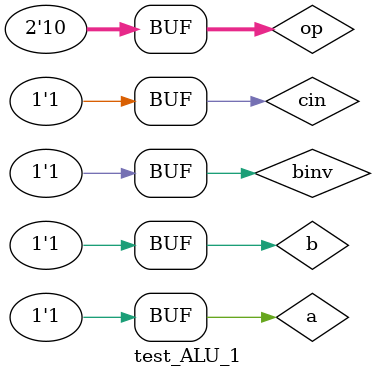
<source format=v>
module adder(a,b,cin,s,c);
input a;
input b;
input cin;
output s;
output c;
wire x,y,z;
xor x1(x,a,b);
xor x2(s,x,cin);
and a1(y,x,cin);
and a2(z,a,b);
or o1(c,y,z);
endmodule

module addsub(a,b,cin,binv,s,c);
input a;
input b;
input cin;
input binv;
output s;
output c;
wire bb;
wire cin;
assign bb=(binv==1&&cin==1)?~b:b;
adder add1(a,bb,cin,s,c);
endmodule

module ALU_1(a,b,cin,binv,op,r,cout);
input a;
input b;
input cin;
input binv;
input [1:0]op;
output r;
output cout;
wire x,y,z;
and a1(x,a,b);
or or1(y,a,b);
addsub as1(a,b,cin,binv,z,cout);
assign r=(op==0)?x:(op==1)?y:(op==2)?z:0;
endmodule

module test_ALU_1();
reg a,b,cin,binv;
reg[1:0]op;
wire r,cout;
ALU_1 alu1(a,b,cin,binv,op,r,cout);
initial begin
    a=0; b=0; cin=0; binv=0; op=0;
#30 a=0; b=1; cin=0; binv=0; op=0;
#30 a=1; b=0; cin=0; binv=0; op=0;
#30 a=1; b=1; cin=0; binv=0; op=0;
#30 a=0; b=0; cin=0; binv=0; op=1;
#30 a=0; b=1; cin=0; binv=0; op=1;
#30 a=1; b=0; cin=0; binv=0; op=1;
#30 a=1; b=1; cin=0; binv=0; op=1;
#30 a=0; b=0; cin=0; binv=0; op=2;
#30 a=0; b=1; cin=0; binv=0; op=2;
#30 a=1; b=0; cin=0; binv=0; op=2;
#30 a=1; b=1; cin=0; binv=0; op=2;
#30 a=0; b=0; cin=1; binv=1; op=2;
#30 a=0; b=1; cin=1; binv=1; op=2;
#30 a=1; b=0; cin=1; binv=1; op=2;
#30 a=1; b=1; cin=1; binv=1; op=2;
end
endmodule
</source>
